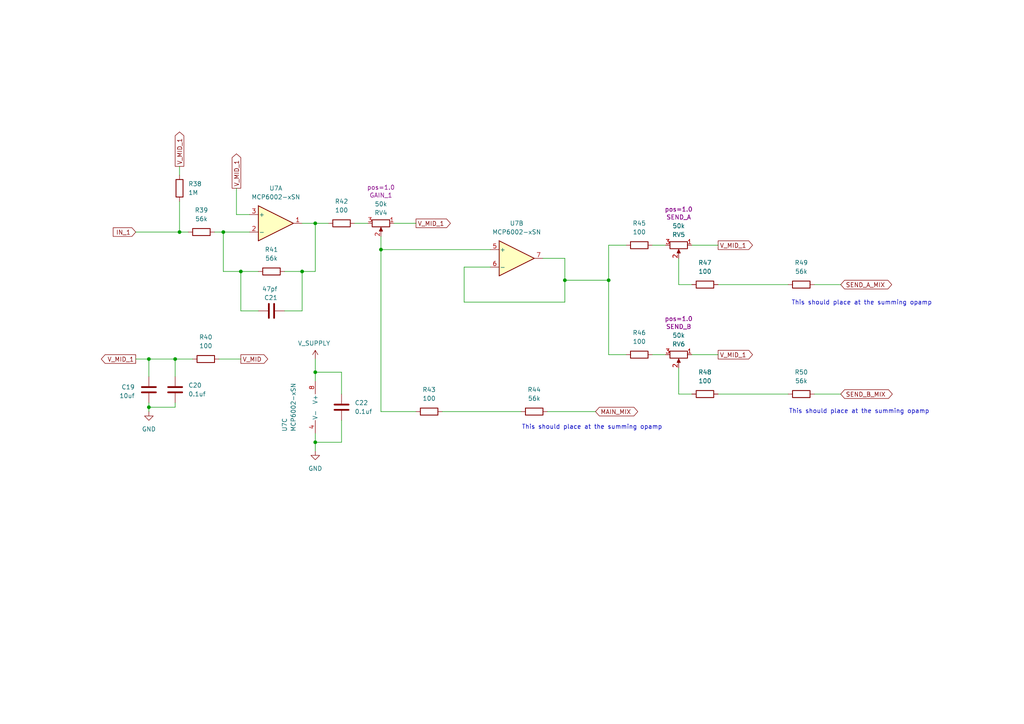
<source format=kicad_sch>
(kicad_sch (version 20250114) (generator "eeschema") (generator_version "9.0")
  (paper "A4")
  (lib_symbols
    (symbol "Amplifier_Operational:MCP6002-xSN" (pin_names (offset 0.127))
      (property "Reference" "U" (at 0 5.08 0))
      (property "Value" "MCP6002-xSN" (at 0 -5.08 0))
      (symbol "MCP6002-xSN_1_1"
        (polyline (pts (xy -5.08 5.08) (xy 5.08 0) (xy -5.08 -5.08) (xy -5.08 5.08)) (stroke (width 0.254)) (fill (type background)))
        (pin input line (at -7.62 2.54 0) (length 2.54) (name "+") (number "3"))
        (pin input line (at -7.62 -2.54 0) (length 2.54) (name "-") (number "2"))
        (pin output line (at 7.62 0 180) (length 2.54) (name "~") (number "1"))
      )
      (symbol "MCP6002-xSN_2_1"
        (polyline (pts (xy -5.08 5.08) (xy 5.08 0) (xy -5.08 -5.08) (xy -5.08 5.08)) (stroke (width 0.254)) (fill (type background)))
        (pin input line (at -7.62 2.54 0) (length 2.54) (name "+") (number "5"))
        (pin input line (at -7.62 -2.54 0) (length 2.54) (name "-") (number "6"))
        (pin output line (at 7.62 0 180) (length 2.54) (name "~") (number "7"))
      )
      (symbol "MCP6002-xSN_3_1"
        (pin power_in line (at -2.54 7.62 270) (length 3.81) (name "V+") (number "8"))
        (pin power_in line (at -2.54 -7.62 90) (length 3.81) (name "V-") (number "4"))
      )
    )
    (symbol "Device:C" (pin_numbers (hide yes)) (pin_names (offset 0.254))
      (property "Reference" "C" (at 0.635 2.54 0))
      (property "Value" "C" (at 0.635 -2.54 0))
      (symbol "C_0_1"
        (polyline (pts (xy -2.032 0.762) (xy 2.032 0.762)) (stroke (width 0.508)))
        (polyline (pts (xy -2.032 -0.762) (xy 2.032 -0.762)) (stroke (width 0.508)))
      )
      (symbol "C_1_1"
        (pin passive line (at 0 3.81 270) (length 2.794) (name "~") (number "1"))
        (pin passive line (at 0 -3.81 90) (length 2.794) (name "~") (number "2"))
      )
    )
    (symbol "Device:R" (pin_numbers (hide yes)) (pin_names (offset 0))
      (property "Reference" "R" (at 2.032 0 90))
      (property "Value" "R" (at 0 0 90))
      (symbol "R_0_1"
        (rectangle (start -1.016 -2.54) (end 1.016 2.54) (stroke (width 0.254)))
      )
      (symbol "R_1_1"
        (pin passive line (at 0 3.81 270) (length 1.27) (name "~") (number "1"))
        (pin passive line (at 0 -3.81 90) (length 1.27) (name "~") (number "2"))
      )
    )
    (symbol "Device:R_Potentiometer" (pin_names (offset 1.016) (hide yes))
      (property "Reference" "RV" (at -4.445 0 90))
      (property "Value" "R_Potentiometer" (at -2.54 0 90))
      (symbol "R_Potentiometer_0_1"
        (rectangle (start 1.016 2.54) (end -1.016 -2.54) (stroke (width 0.254)))
        (polyline (pts (xy 1.143 0) (xy 2.286 0.508) (xy 2.286 -0.508) (xy 1.143 0)) (fill (type outline)))
        (polyline (pts (xy 2.54 0) (xy 1.524 0)))
      )
      (symbol "R_Potentiometer_1_1"
        (pin passive line (at 0 3.81 270) (length 1.27) (name "1") (number "1"))
        (pin passive line (at 0 -3.81 90) (length 1.27) (name "3") (number "3"))
        (pin passive line (at 3.81 0 180) (length 1.27) (name "2") (number "2"))
      )
    )
    (symbol "power:+5V" (power) (pin_numbers (hide yes)) (pin_names (offset 0) (hide yes))
      (property "Value" "+5V" (at 0 3.556 0))
      (symbol "+5V_0_1"
        (polyline (pts (xy -0.762 1.27) (xy 0 2.54)))
        (polyline (pts (xy 0 2.54) (xy 0.762 1.27)))
        (polyline (pts (xy 0 0) (xy 0 2.54)))
      )
      (symbol "+5V_1_1"
        (pin power_in line (at 0 0 90) (length 0) (name "~") (number "1"))
      )
    )
    (symbol "power:GND" (power) (pin_numbers (hide yes)) (pin_names (offset 0) (hide yes))
      (property "Value" "GND" (at 0 -3.81 0))
      (symbol "GND_0_1"
        (polyline (pts (xy 0 0) (xy 0 -1.27) (xy 1.27 -1.27) (xy 0 -2.54) (xy -1.27 -1.27) (xy 0 -1.27)))
      )
      (symbol "GND_1_1"
        (pin power_in line (at 0 0 270) (length 0) (name "~") (number "1"))
      )
    )
  )
  (text "This should place at the summing opamp" (at 249.174 119.38 0) (effects (font (size 1.27 1.27))))
  (text "This should place at the summing opamp" (at 249.936 87.884 0) (effects (font (size 1.27 1.27))))
  (text "This should place at the summing opamp" (at 171.704 123.952 0) (effects (font (size 1.27 1.27))))
  (junction (at 163.83 81.28))
  (junction (at 69.85 78.74))
  (junction (at 91.44 107.95))
  (junction (at 43.18 104.14))
  (junction (at 50.8 104.14))
  (junction (at 91.44 128.27))
  (junction (at 52.07 67.31))
  (junction (at 64.77 67.31))
  (junction (at 87.63 78.74))
  (junction (at 176.53 81.28))
  (junction (at 43.18 118.11))
  (junction (at 91.44 64.77))
  (junction (at 110.49 72.39))
  (wire (pts (xy 99.06 107.95) (xy 91.44 107.95)))
  (wire (pts (xy 134.62 77.47) (xy 142.24 77.47)))
  (wire (pts (xy 99.06 114.3) (xy 99.06 107.95)))
  (wire (pts (xy 68.58 62.23) (xy 68.58 54.61)))
  (wire (pts (xy 43.18 104.14) (xy 50.8 104.14)))
  (wire (pts (xy 91.44 64.77) (xy 95.25 64.77)))
  (wire (pts (xy 134.62 87.63) (xy 134.62 77.47)))
  (wire (pts (xy 200.66 102.87) (xy 208.28 102.87)))
  (wire (pts (xy 110.49 119.38) (xy 120.65 119.38)))
  (wire (pts (xy 87.63 78.74) (xy 91.44 78.74)))
  (wire (pts (xy 208.28 114.3) (xy 228.6 114.3)))
  (wire (pts (xy 91.44 128.27) (xy 91.44 125.73)))
  (wire (pts (xy 236.22 114.3) (xy 243.84 114.3)))
  (wire (pts (xy 74.93 90.17) (xy 69.85 90.17)))
  (wire (pts (xy 50.8 116.84) (xy 50.8 118.11)))
  (wire (pts (xy 172.72 119.38) (xy 158.75 119.38)))
  (wire (pts (xy 91.44 130.81) (xy 91.44 128.27)))
  (wire (pts (xy 52.07 67.31) (xy 54.61 67.31)))
  (wire (pts (xy 196.85 106.68) (xy 196.85 114.3)))
  (wire (pts (xy 99.06 128.27) (xy 91.44 128.27)))
  (wire (pts (xy 196.85 74.93) (xy 196.85 82.55)))
  (wire (pts (xy 128.27 119.38) (xy 151.13 119.38)))
  (wire (pts (xy 142.24 72.39) (xy 110.49 72.39)))
  (wire (pts (xy 43.18 118.11) (xy 43.18 119.38)))
  (wire (pts (xy 82.55 90.17) (xy 87.63 90.17)))
  (wire (pts (xy 82.55 78.74) (xy 87.63 78.74)))
  (wire (pts (xy 163.83 87.63) (xy 134.62 87.63)))
  (wire (pts (xy 87.63 90.17) (xy 87.63 78.74)))
  (wire (pts (xy 69.85 90.17) (xy 69.85 78.74)))
  (wire (pts (xy 43.18 116.84) (xy 43.18 118.11)))
  (wire (pts (xy 193.04 102.87) (xy 189.23 102.87)))
  (wire (pts (xy 208.28 82.55) (xy 228.6 82.55)))
  (wire (pts (xy 43.18 109.22) (xy 43.18 104.14)))
  (wire (pts (xy 110.49 72.39) (xy 110.49 119.38)))
  (wire (pts (xy 163.83 74.93) (xy 163.83 81.28)))
  (wire (pts (xy 163.83 81.28) (xy 163.83 87.63)))
  (wire (pts (xy 52.07 48.26) (xy 52.07 50.8)))
  (wire (pts (xy 157.48 74.93) (xy 163.83 74.93)))
  (wire (pts (xy 50.8 104.14) (xy 50.8 109.22)))
  (wire (pts (xy 176.53 71.12) (xy 176.53 81.28)))
  (wire (pts (xy 91.44 104.14) (xy 91.44 107.95)))
  (wire (pts (xy 200.66 71.12) (xy 208.28 71.12)))
  (wire (pts (xy 189.23 71.12) (xy 193.04 71.12)))
  (wire (pts (xy 52.07 58.42) (xy 52.07 67.31)))
  (wire (pts (xy 176.53 81.28) (xy 176.53 102.87)))
  (wire (pts (xy 64.77 67.31) (xy 64.77 78.74)))
  (wire (pts (xy 64.77 67.31) (xy 72.39 67.31)))
  (wire (pts (xy 62.23 67.31) (xy 64.77 67.31)))
  (wire (pts (xy 196.85 82.55) (xy 200.66 82.55)))
  (wire (pts (xy 87.63 64.77) (xy 91.44 64.77)))
  (wire (pts (xy 99.06 121.92) (xy 99.06 128.27)))
  (wire (pts (xy 181.61 102.87) (xy 176.53 102.87)))
  (wire (pts (xy 69.85 78.74) (xy 64.77 78.74)))
  (wire (pts (xy 110.49 68.58) (xy 110.49 72.39)))
  (wire (pts (xy 114.3 64.77) (xy 120.65 64.77)))
  (wire (pts (xy 91.44 107.95) (xy 91.44 110.49)))
  (wire (pts (xy 50.8 104.14) (xy 55.88 104.14)))
  (wire (pts (xy 39.37 104.14) (xy 43.18 104.14)))
  (wire (pts (xy 102.87 64.77) (xy 106.68 64.77)))
  (wire (pts (xy 196.85 114.3) (xy 200.66 114.3)))
  (wire (pts (xy 72.39 62.23) (xy 68.58 62.23)))
  (wire (pts (xy 74.93 78.74) (xy 69.85 78.74)))
  (wire (pts (xy 236.22 82.55) (xy 243.84 82.55)))
  (wire (pts (xy 63.5 104.14) (xy 69.85 104.14)))
  (wire (pts (xy 176.53 81.28) (xy 163.83 81.28)))
  (wire (pts (xy 176.53 71.12) (xy 181.61 71.12)))
  (wire (pts (xy 91.44 64.77) (xy 91.44 78.74)))
  (wire (pts (xy 50.8 118.11) (xy 43.18 118.11)))
  (wire (pts (xy 39.37 67.31) (xy 52.07 67.31)))
  (global_label "V_MID_1" (shape output) (at 68.58 54.61 90) (property "Intersheetrefs" "${INTERSHEET_REFS}" (effects (hide yes))))
  (global_label "MAIN_MIX" (shape bidirectional) (at 172.72 119.38 0) (property "Intersheetrefs" "${INTERSHEET_REFS}" (effects (hide yes))))
  (global_label "SEND_B_MIX" (shape bidirectional) (at 243.84 114.3 0) (property "Intersheetrefs" "${INTERSHEET_REFS}" (effects (hide yes))))
  (global_label "V_MID" (shape output) (at 69.85 104.14 0) (property "Intersheetrefs" "${INTERSHEET_REFS}" (effects (hide yes))))
  (global_label "V_MID_1" (shape output) (at 208.28 71.12 0) (property "Intersheetrefs" "${INTERSHEET_REFS}" (effects (hide yes))))
  (global_label "V_MID_1" (shape output) (at 39.37 104.14 180) (property "Intersheetrefs" "${INTERSHEET_REFS}" (effects (hide yes))))
  (global_label "V_MID_1" (shape output) (at 52.07 48.26 90) (property "Intersheetrefs" "${INTERSHEET_REFS}" (effects (hide yes))))
  (global_label "V_MID_1" (shape output) (at 120.65 64.77 0) (property "Intersheetrefs" "${INTERSHEET_REFS}" (effects (hide yes))))
  (global_label "IN_1" (shape input) (at 39.37 67.31 180) (property "Intersheetrefs" "${INTERSHEET_REFS}" (effects (hide yes))))
  (global_label "V_MID_1" (shape output) (at 208.28 102.87 0) (property "Intersheetrefs" "${INTERSHEET_REFS}" (effects (hide yes))))
  (global_label "SEND_A_MIX" (shape bidirectional) (at 243.84 82.55 0) (property "Intersheetrefs" "${INTERSHEET_REFS}" (effects (hide yes))))
  (symbol (lib_id "power:GND") (at 91.44 130.81 0) (unit 1)
    (property "Reference" "#PWR027" (effects (hide yes)))
    (property "Value" "GND" (at 91.44 135.89 0))
    (property "Description" "Power symbol creates a global label with name \"GND\" , ground" (effects (hide yes)))
  )
  (symbol (lib_id "Device:R") (at 58.42 67.31 90) (unit 1)
    (property "Reference" "R39" (at 58.42 60.96 90))
    (property "Value" "56k" (at 58.42 63.5 90))
    (property "Footprint" "Resistor_SMD:R_0402_1005Metric" (effects (hide yes)))
    (property "Description" "Resistor" (effects (hide yes)))
  )
  (symbol (lib_id "Device:R_Potentiometer") (at 196.85 71.12 270) (unit 1)
    (property "Reference" "RV5" (at 196.85 68.072 90))
    (property "Value" "50k" (at 196.85 65.532 90))
    (property "Footprint" "BreadModular_Pots:Potentiometer_RV09" (effects (hide yes)))
    (property "Description" "Potentiometer" (effects (hide yes)))
    (property "Sim.Device" "R" (effects (hide yes)))
    (property "Sim.Type" "POT" (effects (hide yes)))
    (property "Sim.Pins" "1=r0 2=wiper 3=r1" (effects (hide yes)))
    (property "Sim.Params" "pos=1.0" (at 196.85 60.706 90))
    (property "Comment" "SEND_A" (at 196.85 62.992 90))
  )
  (symbol (lib_id "Amplifier_Operational:MCP6002-xSN") (at 149.86 74.93 0) (unit 2)
    (property "Reference" "U7" (at 149.86 64.77 0))
    (property "Value" "MCP6002-xSN" (at 149.86 67.31 0))
    (property "Footprint" "Package_SO:SOIC-8-1EP_3.9x4.9mm_P1.27mm_EP2.29x3mm" (effects (hide yes)))
    (property "Datasheet" "http://ww1.microchip.com/downloads/en/DeviceDoc/21733j.pdf" (effects (hide yes)))
    (property "Description" "1MHz, Low-Power Op Amp, SOIC-8" (effects (hide yes)))
    (property "Sim.Library" "${KICAD8_SYMBOL_DIR}/Simulation_SPICE.sp" (effects (hide yes)))
    (property "Sim.Name" "kicad_builtin_opamp_dual" (effects (hide yes)))
    (property "Sim.Device" "SUBCKT" (effects (hide yes)))
    (property "Sim.Pins" "1=out1 2=in1- 3=in1+ 4=vee 5=in2+ 6=in2- 7=out2 8=vcc" (effects (hide yes)))
  )
  (symbol (lib_id "Device:R") (at 78.74 78.74 90) (unit 1)
    (property "Reference" "R41" (at 78.74 72.39 90))
    (property "Value" "56k" (at 78.74 74.93 90))
    (property "Footprint" "Resistor_SMD:R_0402_1005Metric" (effects (hide yes)))
    (property "Description" "Resistor" (effects (hide yes)))
  )
  (symbol (lib_id "Device:R_Potentiometer") (at 196.85 102.87 270) (unit 1)
    (property "Reference" "RV6" (at 196.85 99.822 90))
    (property "Value" "50k" (at 196.85 97.282 90))
    (property "Footprint" "BreadModular_Pots:Potentiometer_RV09" (effects (hide yes)))
    (property "Description" "Potentiometer" (effects (hide yes)))
    (property "Sim.Device" "R" (effects (hide yes)))
    (property "Sim.Type" "POT" (effects (hide yes)))
    (property "Sim.Pins" "1=r0 2=wiper 3=r1" (effects (hide yes)))
    (property "Sim.Params" "pos=1.0" (at 196.85 92.456 90))
    (property "Comment" "SEND_B" (at 196.85 94.742 90))
  )
  (symbol (lib_id "Device:R") (at 232.41 82.55 90) (unit 1)
    (property "Reference" "R49" (at 232.41 76.2 90))
    (property "Value" "56k" (at 232.41 78.74 90))
    (property "Footprint" "Resistor_SMD:R_0402_1005Metric" (effects (hide yes)))
    (property "Description" "Resistor" (effects (hide yes)))
  )
  (symbol (lib_id "Device:R") (at 204.47 114.3 90) (unit 1)
    (property "Reference" "R48" (at 204.47 107.95 90))
    (property "Value" "100" (at 204.47 110.49 90))
    (property "Footprint" "Resistor_SMD:R_0402_1005Metric" (effects (hide yes)))
    (property "Description" "Resistor" (effects (hide yes)))
  )
  (symbol (lib_id "Device:R") (at 124.46 119.38 90) (unit 1)
    (property "Reference" "R43" (at 124.46 113.03 90))
    (property "Value" "100" (at 124.46 115.57 90))
    (property "Footprint" "Resistor_SMD:R_0402_1005Metric" (effects (hide yes)))
    (property "Description" "Resistor" (effects (hide yes)))
  )
  (symbol (lib_id "power:+5V") (at 91.44 104.14 0) (unit 1)
    (property "Reference" "#PWR026" (effects (hide yes)))
    (property "Value" "V_SUPPLY" (at 86.36 99.568 0) (effects (justify left)))
    (property "Description" "Power symbol creates a global label with name \"+5V\"" (effects (hide yes)))
  )
  (symbol (lib_id "Device:R") (at 185.42 102.87 90) (unit 1)
    (property "Reference" "R46" (at 185.42 96.52 90))
    (property "Value" "100" (at 185.42 99.06 90))
    (property "Footprint" "Resistor_SMD:R_0402_1005Metric" (effects (hide yes)))
    (property "Description" "Resistor" (effects (hide yes)))
  )
  (symbol (lib_id "Device:R") (at 204.47 82.55 90) (unit 1)
    (property "Reference" "R47" (at 204.47 76.2 90))
    (property "Value" "100" (at 204.47 78.74 90))
    (property "Footprint" "Resistor_SMD:R_0402_1005Metric" (effects (hide yes)))
    (property "Description" "Resistor" (effects (hide yes)))
  )
  (symbol (lib_id "Device:R") (at 154.94 119.38 90) (unit 1)
    (property "Reference" "R44" (at 154.94 113.03 90))
    (property "Value" "56k" (at 154.94 115.57 90))
    (property "Footprint" "Resistor_SMD:R_0402_1005Metric" (effects (hide yes)))
    (property "Description" "Resistor" (effects (hide yes)))
  )
  (symbol (lib_id "Device:C") (at 78.74 90.17 90) (mirror x) (unit 1)
    (property "Reference" "C21" (at 80.518 86.36 90) (effects (justify left)))
    (property "Value" "47pf" (at 80.518 83.82 90) (effects (justify left)))
    (property "Footprint" "Capacitor_SMD:C_0402_1005Metric" (effects (hide yes)))
    (property "Description" "Unpolarized capacitor" (effects (hide yes)))
  )
  (symbol (lib_id "power:GND") (at 43.18 119.38 0) (unit 1)
    (property "Reference" "#PWR025" (effects (hide yes)))
    (property "Value" "GND" (at 43.18 124.46 0))
    (property "Description" "Power symbol creates a global label with name \"GND\" , ground" (effects (hide yes)))
  )
  (symbol (lib_id "Device:R") (at 232.41 114.3 90) (unit 1)
    (property "Reference" "R50" (at 232.41 107.95 90))
    (property "Value" "56k" (at 232.41 110.49 90))
    (property "Footprint" "Resistor_SMD:R_0402_1005Metric" (effects (hide yes)))
    (property "Description" "Resistor" (effects (hide yes)))
  )
  (symbol (lib_id "Device:R_Potentiometer") (at 110.49 64.77 270) (unit 1)
    (property "Reference" "RV4" (at 110.49 61.722 90))
    (property "Value" "50k" (at 110.49 59.182 90))
    (property "Footprint" "BreadModular_Pots:Potentiometer_RV09" (effects (hide yes)))
    (property "Description" "Potentiometer" (effects (hide yes)))
    (property "Sim.Device" "R" (effects (hide yes)))
    (property "Sim.Type" "POT" (effects (hide yes)))
    (property "Sim.Pins" "1=r0 2=wiper 3=r1" (effects (hide yes)))
    (property "Sim.Params" "pos=1.0" (at 110.49 54.356 90))
    (property "Comment" "GAIN_1" (at 110.49 56.642 90))
  )
  (symbol (lib_id "Device:R") (at 52.07 54.61 0) (unit 1)
    (property "Reference" "R38" (at 54.61 53.3399 0) (effects (justify left)))
    (property "Value" "1M" (at 54.61 55.8799 0) (effects (justify left)))
    (property "Footprint" "Resistor_SMD:R_0402_1005Metric" (effects (hide yes)))
    (property "Description" "Resistor" (effects (hide yes)))
  )
  (symbol (lib_id "Device:C") (at 50.8 113.03 0) (unit 1)
    (property "Reference" "C20" (at 54.61 111.7599 0) (effects (justify left)))
    (property "Value" "0.1uf" (at 54.61 114.2999 0) (effects (justify left)))
    (property "Footprint" "Capacitor_SMD:C_0402_1005Metric" (effects (hide yes)))
    (property "Description" "Unpolarized capacitor" (effects (hide yes)))
  )
  (symbol (lib_id "Device:C") (at 99.06 118.11 0) (unit 1)
    (property "Reference" "C22" (at 102.87 116.8399 0) (effects (justify left)))
    (property "Value" "0.1uf" (at 102.87 119.3799 0) (effects (justify left)))
    (property "Footprint" "Capacitor_SMD:C_0402_1005Metric" (effects (hide yes)))
    (property "Description" "Unpolarized capacitor" (effects (hide yes)))
  )
  (symbol (lib_id "Device:R") (at 99.06 64.77 90) (unit 1)
    (property "Reference" "R42" (at 99.06 58.42 90))
    (property "Value" "100" (at 99.06 60.96 90))
    (property "Footprint" "Resistor_SMD:R_0402_1005Metric" (effects (hide yes)))
    (property "Description" "Resistor" (effects (hide yes)))
  )
  (symbol (lib_id "Device:C") (at 43.18 113.03 0) (mirror y) (unit 1)
    (property "Reference" "C19" (at 39.116 112.268 0) (effects (justify left)))
    (property "Value" "10uf" (at 39.116 114.808 0) (effects (justify left)))
    (property "Footprint" "Capacitor_SMD:C_0402_1005Metric" (effects (hide yes)))
    (property "Description" "Unpolarized capacitor" (effects (hide yes)))
  )
  (symbol (lib_id "Amplifier_Operational:MCP6002-xSN") (at 80.01 64.77 0) (unit 1)
    (property "Reference" "U7" (at 80.01 54.61 0))
    (property "Value" "MCP6002-xSN" (at 80.01 57.15 0))
    (property "Footprint" "Package_SO:SOIC-8-1EP_3.9x4.9mm_P1.27mm_EP2.29x3mm" (effects (hide yes)))
    (property "Datasheet" "http://ww1.microchip.com/downloads/en/DeviceDoc/21733j.pdf" (effects (hide yes)))
    (property "Description" "1MHz, Low-Power Op Amp, SOIC-8" (effects (hide yes)))
    (property "Sim.Library" "${KICAD8_SYMBOL_DIR}/Simulation_SPICE.sp" (effects (hide yes)))
    (property "Sim.Name" "kicad_builtin_opamp_dual" (effects (hide yes)))
    (property "Sim.Device" "SUBCKT" (effects (hide yes)))
    (property "Sim.Pins" "1=out1 2=in1- 3=in1+ 4=vee 5=in2+ 6=in2- 7=out2 8=vcc" (effects (hide yes)))
  )
  (symbol (lib_id "Amplifier_Operational:MCP6002-xSN") (at 93.98 118.11 0) (unit 3)
    (property "Reference" "U7" (at 82.55 125.222 90) (effects (justify left)))
    (property "Value" "MCP6002-xSN" (at 85.09 125.222 90) (effects (justify left)))
    (property "Footprint" "Package_SO:SOIC-8-1EP_3.9x4.9mm_P1.27mm_EP2.29x3mm" (effects (hide yes)))
    (property "Datasheet" "http://ww1.microchip.com/downloads/en/DeviceDoc/21733j.pdf" (effects (hide yes)))
    (property "Description" "1MHz, Low-Power Op Amp, SOIC-8" (effects (hide yes)))
    (property "Sim.Library" "${KICAD8_SYMBOL_DIR}/Simulation_SPICE.sp" (effects (hide yes)))
    (property "Sim.Name" "kicad_builtin_opamp_dual" (effects (hide yes)))
    (property "Sim.Device" "SUBCKT" (effects (hide yes)))
    (property "Sim.Pins" "1=out1 2=in1- 3=in1+ 4=vee 5=in2+ 6=in2- 7=out2 8=vcc" (effects (hide yes)))
  )
  (symbol (lib_id "Device:R") (at 185.42 71.12 90) (unit 1)
    (property "Reference" "R45" (at 185.42 64.77 90))
    (property "Value" "100" (at 185.42 67.31 90))
    (property "Footprint" "Resistor_SMD:R_0402_1005Metric" (effects (hide yes)))
    (property "Description" "Resistor" (effects (hide yes)))
  )
  (symbol (lib_id "Device:R") (at 59.69 104.14 90) (unit 1)
    (property "Reference" "R40" (at 59.69 97.79 90))
    (property "Value" "100" (at 59.69 100.33 90))
    (property "Footprint" "Resistor_SMD:R_0402_1005Metric" (effects (hide yes)))
    (property "Description" "Resistor" (effects (hide yes)))
  )
)
</source>
